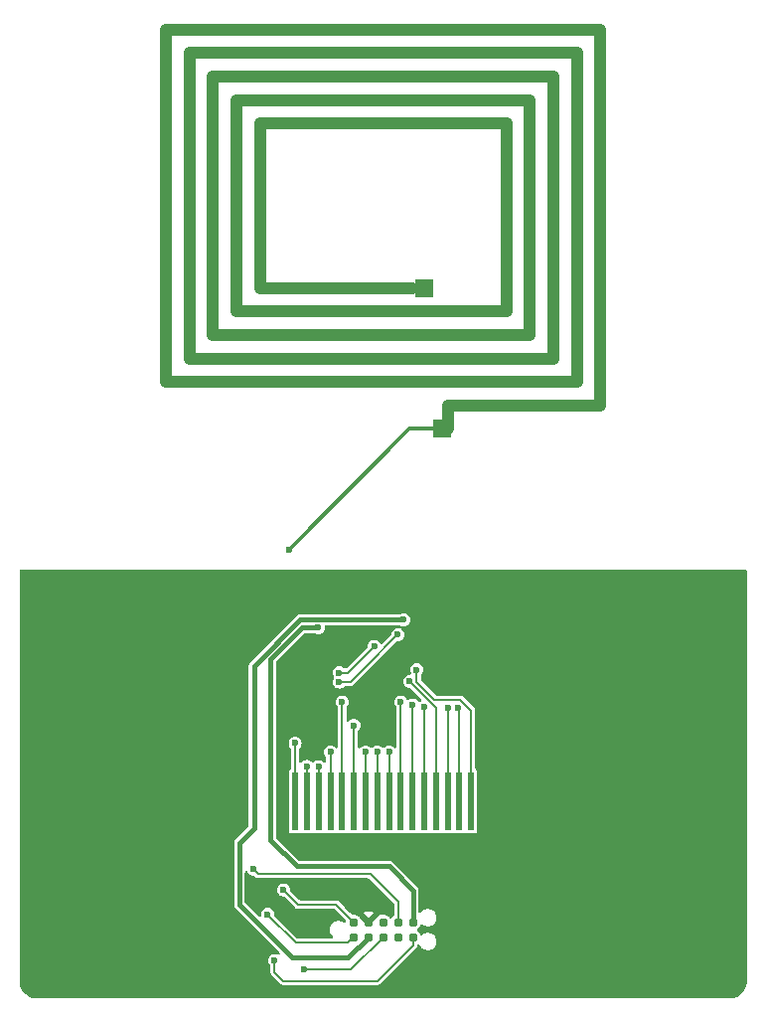
<source format=gtl>
G04 #@! TF.GenerationSoftware,KiCad,Pcbnew,8.0.5*
G04 #@! TF.CreationDate,2025-05-26T10:54:01-04:00*
G04 #@! TF.ProjectId,tcg_counter,7463675f-636f-4756-9e74-65722e6b6963,1*
G04 #@! TF.SameCoordinates,Original*
G04 #@! TF.FileFunction,Copper,L1,Top*
G04 #@! TF.FilePolarity,Positive*
%FSLAX46Y46*%
G04 Gerber Fmt 4.6, Leading zero omitted, Abs format (unit mm)*
G04 Created by KiCad (PCBNEW 8.0.5) date 2025-05-26 10:54:01*
%MOMM*%
%LPD*%
G01*
G04 APERTURE LIST*
G04 #@! TA.AperFunction,EtchedComponent*
%ADD10C,1.000000*%
G04 #@! TD*
G04 #@! TA.AperFunction,ConnectorPad*
%ADD11C,0.787400*%
G04 #@! TD*
G04 #@! TA.AperFunction,SMDPad,CuDef*
%ADD12R,0.500000X5.000000*%
G04 #@! TD*
G04 #@! TA.AperFunction,SMDPad,CuDef*
%ADD13R,1.524000X1.524000*%
G04 #@! TD*
G04 #@! TA.AperFunction,ComponentPad*
%ADD14C,0.400000*%
G04 #@! TD*
G04 #@! TA.AperFunction,ViaPad*
%ADD15C,0.600000*%
G04 #@! TD*
G04 #@! TA.AperFunction,Conductor*
%ADD16C,0.400000*%
G04 #@! TD*
G04 #@! TA.AperFunction,Conductor*
%ADD17C,0.200000*%
G04 #@! TD*
G04 #@! TA.AperFunction,Conductor*
%ADD18C,0.300000*%
G04 #@! TD*
G04 APERTURE END LIST*
D10*
X123000000Y-50000000D02*
X123000000Y-80000000D01*
X123000000Y-80000000D02*
X158000000Y-80000000D01*
X125000000Y-52000000D02*
X125000000Y-78000000D01*
X125000000Y-78000000D02*
X156000000Y-78000000D01*
X127000000Y-54000000D02*
X127000000Y-76000000D01*
X127000000Y-76000000D02*
X154000000Y-76000000D01*
X129000000Y-56000000D02*
X129000000Y-74000000D01*
X129000000Y-74000000D02*
X152000000Y-74000000D01*
X131000000Y-58000000D02*
X131000000Y-72000000D01*
X131000000Y-72000000D02*
X144000000Y-72000000D01*
X147000000Y-82000000D02*
X160000000Y-82000000D01*
X147000000Y-84000000D02*
X147000000Y-82000000D01*
X152000000Y-58000000D02*
X131000000Y-58000000D01*
X152000000Y-74000000D02*
X152000000Y-58000000D01*
X154000000Y-56000000D02*
X129000000Y-56000000D01*
X154000000Y-76000000D02*
X154000000Y-56000000D01*
X156000000Y-54000000D02*
X127000000Y-54000000D01*
X156000000Y-78000000D02*
X156000000Y-54000000D01*
X158000000Y-52000000D02*
X125000000Y-52000000D01*
X158000000Y-80000000D02*
X158000000Y-52000000D01*
X160000000Y-50000000D02*
X123000000Y-50000000D01*
X160000000Y-82000000D02*
X160000000Y-50000000D01*
D11*
X138960000Y-127270000D03*
X140230000Y-127270000D03*
X141500000Y-127270000D03*
X142770000Y-127270000D03*
X144040000Y-127270000D03*
X144040000Y-126000000D03*
X142770000Y-126000000D03*
X141500000Y-126000000D03*
X140230000Y-126000000D03*
X138960000Y-126000000D03*
D12*
X134000000Y-115700000D03*
X135000000Y-115700000D03*
X136000000Y-115700000D03*
X137000000Y-115700000D03*
X138000000Y-115700000D03*
X139000000Y-115700000D03*
X140000000Y-115700000D03*
X141000000Y-115700000D03*
X142000000Y-115700000D03*
X143000000Y-115700000D03*
X144000000Y-115700000D03*
X145000000Y-115700000D03*
X146000000Y-115700000D03*
X147000000Y-115700000D03*
X148000000Y-115700000D03*
X149000000Y-115700000D03*
D13*
X146500000Y-84000000D03*
X145000000Y-72000000D03*
D14*
X135100001Y-103200000D03*
X135900001Y-104000000D03*
X135100001Y-104000000D03*
X134300001Y-104000000D03*
X135100001Y-104800000D03*
X147750001Y-103042300D03*
X148600001Y-103892300D03*
X147750001Y-103892300D03*
X146900001Y-103892300D03*
X147750001Y-104742300D03*
D15*
X147250000Y-97500000D03*
X137000000Y-96750000D03*
X134000000Y-108500000D03*
X149500000Y-101000000D03*
X139500000Y-101250000D03*
X144750000Y-102500000D03*
X136000000Y-107000000D03*
X136500000Y-123000000D03*
X134500000Y-123000000D03*
X148250000Y-97500000D03*
X139250000Y-99250000D03*
X129500000Y-105000000D03*
X132250000Y-97250000D03*
X129500000Y-109250000D03*
X129500000Y-100750000D03*
X135976781Y-100934050D03*
X143250000Y-100250000D03*
X133000000Y-123250000D03*
X132250000Y-129250000D03*
X131650000Y-125334314D03*
X134750000Y-130000000D03*
X130450000Y-121500000D03*
X133500000Y-94250000D03*
X140742299Y-102500000D03*
X137750000Y-104750000D03*
X142750000Y-101510000D03*
X137750000Y-105550003D03*
X145000000Y-72000000D03*
X144000000Y-107500000D03*
X141000000Y-111500000D03*
X136000000Y-112750000D03*
X134000000Y-110750000D03*
X137000000Y-111500000D03*
X139000000Y-109250000D03*
X145000000Y-107650000D03*
X142000000Y-111500000D03*
X135000000Y-112750000D03*
X147900002Y-107750000D03*
X147000000Y-107750000D03*
X143000000Y-107250000D03*
X140000000Y-111500000D03*
X143750000Y-105500000D03*
X138000000Y-107250000D03*
X144350000Y-104500000D03*
D16*
X134150000Y-121250000D02*
X131900000Y-119000000D01*
X131900000Y-103632842D02*
X134598792Y-100934050D01*
X142000000Y-121250000D02*
X134150000Y-121250000D01*
X144040000Y-123290000D02*
X142000000Y-121250000D01*
X131900000Y-119000000D02*
X131900000Y-103632842D01*
X144040000Y-126000000D02*
X144040000Y-123290000D01*
X134598792Y-100934050D02*
X135976781Y-100934050D01*
X133750000Y-129000000D02*
X138500000Y-129000000D01*
X138500000Y-129000000D02*
X140230000Y-127270000D01*
X129250000Y-124500000D02*
X133750000Y-129000000D01*
X143250000Y-100250000D02*
X143234050Y-100234050D01*
X129250000Y-119250000D02*
X129250000Y-124500000D01*
X143234050Y-100234050D02*
X134450264Y-100234050D01*
X134450264Y-100234050D02*
X130500000Y-104184314D01*
X130500000Y-104184314D02*
X130500000Y-118000000D01*
X130500000Y-118000000D02*
X129250000Y-119250000D01*
D17*
X133000000Y-123250000D02*
X134250000Y-124500000D01*
X134250000Y-124500000D02*
X137460000Y-124500000D01*
X137460000Y-124500000D02*
X138960000Y-126000000D01*
X141000000Y-131000000D02*
X144040000Y-127960000D01*
X144040000Y-127960000D02*
X144040000Y-127270000D01*
X133000000Y-131000000D02*
X132250000Y-130250000D01*
X132250000Y-130250000D02*
X132250000Y-129250000D01*
X141000000Y-131000000D02*
X133000000Y-131000000D01*
X138480000Y-127750000D02*
X138960000Y-127270000D01*
X134065686Y-127750000D02*
X138480000Y-127750000D01*
X131650000Y-125334314D02*
X134065686Y-127750000D01*
X138770000Y-130000000D02*
X141500000Y-127270000D01*
X134750000Y-130000000D02*
X138770000Y-130000000D01*
X142770000Y-124270000D02*
X142770000Y-126000000D01*
X130450000Y-121500000D02*
X130850000Y-121900000D01*
X130850000Y-121900000D02*
X140400000Y-121900000D01*
X140400000Y-121900000D02*
X142770000Y-124270000D01*
D18*
X143750000Y-84000000D02*
X146200000Y-84000000D01*
X133500000Y-94250000D02*
X143750000Y-84000000D01*
D17*
X137750000Y-104750000D02*
X138500000Y-104750000D01*
X138500000Y-104750000D02*
X140742299Y-102507701D01*
X140742299Y-102507701D02*
X140742299Y-102500000D01*
X140010000Y-104250000D02*
X142750000Y-101510000D01*
X140000000Y-104250000D02*
X140010000Y-104250000D01*
X137750000Y-105550003D02*
X138699997Y-105550003D01*
X138699997Y-105550003D02*
X140000000Y-104250000D01*
X144000000Y-107500000D02*
X144000000Y-115700000D01*
X141000000Y-111500000D02*
X141000000Y-115700000D01*
X136000000Y-115700000D02*
X136000000Y-112750000D01*
X134000000Y-115700000D02*
X134000000Y-111000000D01*
X134000000Y-115700000D02*
X134000000Y-113450000D01*
X134000000Y-111000000D02*
X134000000Y-110750000D01*
X137000000Y-115700000D02*
X137000000Y-111500000D01*
X139000000Y-109250000D02*
X139000000Y-115700000D01*
X145000000Y-115700000D02*
X145000000Y-107650000D01*
X142000000Y-111500000D02*
X142000000Y-115700000D01*
X135000000Y-115700000D02*
X135000000Y-112750000D01*
X147900002Y-107750000D02*
X148000000Y-107849998D01*
X148000000Y-107849998D02*
X148000000Y-115700000D01*
X147000000Y-107750000D02*
X147000000Y-115700000D01*
X143000000Y-107250000D02*
X143000000Y-115700000D01*
X140000000Y-111500000D02*
X140000000Y-115700000D01*
X146000000Y-115700000D02*
X146000000Y-107750000D01*
X146000000Y-107750000D02*
X143750000Y-105500000D01*
X138000000Y-115700000D02*
X138000000Y-107250000D01*
X149000000Y-108001469D02*
X148048531Y-107050000D01*
X149000000Y-115700000D02*
X149000000Y-108001469D01*
X144350000Y-105534314D02*
X144350000Y-104500000D01*
X145865686Y-107050000D02*
X144350000Y-105534314D01*
X148048531Y-107050000D02*
X145865686Y-107050000D01*
G04 #@! TA.AperFunction,Conductor*
G36*
X129909703Y-121678860D02*
G01*
X129943061Y-121725121D01*
X129965642Y-121779638D01*
X129965645Y-121779644D01*
X130054525Y-121895473D01*
X130054526Y-121895474D01*
X130170355Y-121984354D01*
X130170361Y-121984357D01*
X130237801Y-122012291D01*
X130305246Y-122040228D01*
X130377623Y-122049756D01*
X130449999Y-122059285D01*
X130456585Y-122059285D01*
X130523624Y-122078970D01*
X130544266Y-122095604D01*
X130561988Y-122113326D01*
X130561998Y-122113337D01*
X130632333Y-122183672D01*
X130672750Y-122207006D01*
X130713168Y-122230341D01*
X130803329Y-122254500D01*
X140201799Y-122254500D01*
X140268838Y-122274185D01*
X140289480Y-122290819D01*
X142379181Y-124380520D01*
X142412666Y-124441843D01*
X142415500Y-124468201D01*
X142415500Y-125392265D01*
X142395815Y-125459304D01*
X142373728Y-125485080D01*
X142281254Y-125567005D01*
X142281252Y-125567007D01*
X142275857Y-125574824D01*
X142237050Y-125631045D01*
X142182767Y-125675035D01*
X142113318Y-125682694D01*
X142050753Y-125651590D01*
X142032950Y-125631045D01*
X141994143Y-125574824D01*
X141988748Y-125567007D01*
X141988746Y-125567005D01*
X141988745Y-125567003D01*
X141870926Y-125462625D01*
X141800933Y-125425890D01*
X141731543Y-125389471D01*
X141731542Y-125389470D01*
X141731539Y-125389469D01*
X141578707Y-125351800D01*
X141578706Y-125351800D01*
X141421294Y-125351800D01*
X141421293Y-125351800D01*
X141268460Y-125389469D01*
X141129073Y-125462625D01*
X141011253Y-125567005D01*
X141011249Y-125567009D01*
X141005844Y-125574839D01*
X140991483Y-125592069D01*
X140619872Y-125963681D01*
X140558549Y-125997166D01*
X140532191Y-126000000D01*
X139927809Y-126000000D01*
X139860770Y-125980315D01*
X139840128Y-125963681D01*
X139468514Y-125592068D01*
X139454147Y-125574828D01*
X139448748Y-125567007D01*
X139448746Y-125567005D01*
X139448743Y-125567002D01*
X139330926Y-125462625D01*
X139260933Y-125425890D01*
X139191543Y-125389471D01*
X139191542Y-125389470D01*
X139191539Y-125389469D01*
X139038707Y-125351800D01*
X139038706Y-125351800D01*
X138881294Y-125351800D01*
X138881289Y-125351800D01*
X138880449Y-125351902D01*
X138879836Y-125351800D01*
X138873793Y-125351800D01*
X138873793Y-125350795D01*
X138811526Y-125340440D01*
X138777825Y-125316487D01*
X138675518Y-125214180D01*
X139797733Y-125214180D01*
X140230000Y-125646446D01*
X140230001Y-125646446D01*
X140662265Y-125214180D01*
X140507689Y-125145358D01*
X140323932Y-125106300D01*
X140136068Y-125106300D01*
X139952312Y-125145358D01*
X139797733Y-125214180D01*
X138675518Y-125214180D01*
X138245009Y-124783671D01*
X137677668Y-124216329D01*
X137596832Y-124169659D01*
X137596833Y-124169659D01*
X137566778Y-124161606D01*
X137506671Y-124145500D01*
X137506669Y-124145500D01*
X134448201Y-124145500D01*
X134381162Y-124125815D01*
X134360520Y-124109181D01*
X133595604Y-123344265D01*
X133562119Y-123282942D01*
X133559285Y-123256584D01*
X133559285Y-123249998D01*
X133546580Y-123153497D01*
X133540228Y-123105246D01*
X133484355Y-122970358D01*
X133395474Y-122854526D01*
X133279643Y-122765645D01*
X133279640Y-122765644D01*
X133279638Y-122765642D01*
X133144757Y-122709773D01*
X133144752Y-122709771D01*
X133000001Y-122690715D01*
X132999999Y-122690715D01*
X132855247Y-122709771D01*
X132855245Y-122709772D01*
X132720361Y-122765643D01*
X132604526Y-122854526D01*
X132515643Y-122970361D01*
X132459772Y-123105245D01*
X132459771Y-123105247D01*
X132440715Y-123249998D01*
X132440715Y-123250001D01*
X132459771Y-123394752D01*
X132459773Y-123394757D01*
X132515642Y-123529638D01*
X132515645Y-123529644D01*
X132604525Y-123645473D01*
X132604526Y-123645474D01*
X132720355Y-123734354D01*
X132720361Y-123734357D01*
X132787801Y-123762291D01*
X132855246Y-123790228D01*
X132927623Y-123799756D01*
X132999999Y-123809285D01*
X133006584Y-123809285D01*
X133073623Y-123828970D01*
X133094265Y-123845604D01*
X133966329Y-124717668D01*
X134032332Y-124783671D01*
X134113168Y-124830341D01*
X134203329Y-124854500D01*
X137261799Y-124854500D01*
X137328838Y-124874185D01*
X137349480Y-124890819D01*
X138280763Y-125822101D01*
X138314248Y-125883424D01*
X138316178Y-125924724D01*
X138314464Y-125938844D01*
X138286845Y-126003023D01*
X138228912Y-126042082D01*
X138159059Y-126043619D01*
X138122478Y-126027004D01*
X138043280Y-125974086D01*
X138043266Y-125974078D01*
X137907544Y-125917861D01*
X137907545Y-125917861D01*
X137907542Y-125917860D01*
X137907538Y-125917859D01*
X137907534Y-125917858D01*
X137763459Y-125889200D01*
X137763455Y-125889200D01*
X137616545Y-125889200D01*
X137616540Y-125889200D01*
X137472465Y-125917858D01*
X137472455Y-125917861D01*
X137336733Y-125974078D01*
X137336724Y-125974083D01*
X137214580Y-126055698D01*
X137214576Y-126055701D01*
X137110701Y-126159576D01*
X137110698Y-126159580D01*
X137029083Y-126281724D01*
X137029078Y-126281733D01*
X136972861Y-126417455D01*
X136972858Y-126417465D01*
X136944200Y-126561540D01*
X136944200Y-126708459D01*
X136972858Y-126852534D01*
X136972861Y-126852544D01*
X137029078Y-126988266D01*
X137029083Y-126988275D01*
X137110698Y-127110419D01*
X137110701Y-127110423D01*
X137184097Y-127183819D01*
X137217582Y-127245142D01*
X137212598Y-127314834D01*
X137170726Y-127370767D01*
X137105262Y-127395184D01*
X137096416Y-127395500D01*
X134263887Y-127395500D01*
X134196848Y-127375815D01*
X134176206Y-127359181D01*
X132245604Y-125428579D01*
X132212119Y-125367256D01*
X132209285Y-125340898D01*
X132209285Y-125334312D01*
X132190228Y-125189561D01*
X132190228Y-125189560D01*
X132134355Y-125054672D01*
X132045474Y-124938840D01*
X131929643Y-124849959D01*
X131929640Y-124849958D01*
X131929638Y-124849956D01*
X131794757Y-124794087D01*
X131794752Y-124794085D01*
X131650001Y-124775029D01*
X131649999Y-124775029D01*
X131505247Y-124794085D01*
X131505245Y-124794086D01*
X131370361Y-124849957D01*
X131370358Y-124849958D01*
X131370358Y-124849959D01*
X131340070Y-124873200D01*
X131254526Y-124938840D01*
X131165643Y-125054675D01*
X131109772Y-125189559D01*
X131109771Y-125189561D01*
X131090715Y-125334312D01*
X131090715Y-125334315D01*
X131098167Y-125390921D01*
X131087401Y-125459957D01*
X131041021Y-125512212D01*
X130973752Y-125531097D01*
X130906951Y-125510616D01*
X130887547Y-125494787D01*
X129740819Y-124348059D01*
X129707334Y-124286736D01*
X129704500Y-124260378D01*
X129704500Y-121772573D01*
X129724185Y-121705534D01*
X129776989Y-121659779D01*
X129846147Y-121649835D01*
X129909703Y-121678860D01*
G37*
G04 #@! TD.AperFunction*
G04 #@! TA.AperFunction,Conductor*
G36*
X172442539Y-96019685D02*
G01*
X172488294Y-96072489D01*
X172499500Y-96124000D01*
X172499500Y-130995572D01*
X172499184Y-131004419D01*
X172484869Y-131204557D01*
X172482351Y-131222068D01*
X172440646Y-131413787D01*
X172435662Y-131430763D01*
X172367090Y-131614609D01*
X172359740Y-131630701D01*
X172265711Y-131802904D01*
X172256146Y-131817789D01*
X172138558Y-131974867D01*
X172126972Y-131988237D01*
X171988237Y-132126972D01*
X171974867Y-132138558D01*
X171817789Y-132256146D01*
X171802904Y-132265711D01*
X171630701Y-132359740D01*
X171614609Y-132367090D01*
X171430763Y-132435662D01*
X171413787Y-132440646D01*
X171222068Y-132482351D01*
X171204557Y-132484869D01*
X171023779Y-132497799D01*
X171004417Y-132499184D01*
X170995572Y-132499500D01*
X112004428Y-132499500D01*
X111995582Y-132499184D01*
X111973622Y-132497613D01*
X111795442Y-132484869D01*
X111777931Y-132482351D01*
X111586212Y-132440646D01*
X111569236Y-132435662D01*
X111385390Y-132367090D01*
X111369298Y-132359740D01*
X111197095Y-132265711D01*
X111182210Y-132256146D01*
X111025132Y-132138558D01*
X111011762Y-132126972D01*
X110873027Y-131988237D01*
X110861441Y-131974867D01*
X110743849Y-131817784D01*
X110734288Y-131802904D01*
X110640259Y-131630701D01*
X110632909Y-131614609D01*
X110572091Y-131451551D01*
X110564334Y-131430755D01*
X110559355Y-131413797D01*
X110517647Y-131222063D01*
X110515130Y-131204556D01*
X110500816Y-131004418D01*
X110500500Y-130995572D01*
X110500500Y-119190165D01*
X128795499Y-119190165D01*
X128795499Y-119319825D01*
X128795500Y-119319838D01*
X128795500Y-124432551D01*
X128795499Y-124432569D01*
X128795499Y-124559835D01*
X128819926Y-124651000D01*
X128826472Y-124675429D01*
X128826474Y-124675434D01*
X128886306Y-124779066D01*
X128886311Y-124779072D01*
X128977995Y-124870756D01*
X128978001Y-124870761D01*
X132675757Y-128568517D01*
X132709242Y-128629840D01*
X132704258Y-128699532D01*
X132662386Y-128755465D01*
X132596922Y-128779882D01*
X132537865Y-128767034D01*
X132537153Y-128768755D01*
X132394757Y-128709773D01*
X132394752Y-128709771D01*
X132250001Y-128690715D01*
X132249999Y-128690715D01*
X132105247Y-128709771D01*
X132105245Y-128709772D01*
X131970361Y-128765643D01*
X131970358Y-128765644D01*
X131970358Y-128765645D01*
X131854526Y-128854526D01*
X131772125Y-128961914D01*
X131765643Y-128970361D01*
X131709772Y-129105245D01*
X131709771Y-129105247D01*
X131690715Y-129249998D01*
X131690715Y-129250001D01*
X131709771Y-129394752D01*
X131709773Y-129394757D01*
X131765642Y-129529638D01*
X131765642Y-129529639D01*
X131854530Y-129645479D01*
X131859181Y-129650130D01*
X131892666Y-129711453D01*
X131895500Y-129737811D01*
X131895500Y-130203329D01*
X131895500Y-130296671D01*
X131919659Y-130386832D01*
X131966329Y-130467668D01*
X132716329Y-131217668D01*
X132782332Y-131283671D01*
X132863168Y-131330341D01*
X132953329Y-131354500D01*
X132953331Y-131354500D01*
X141046669Y-131354500D01*
X141046671Y-131354500D01*
X141136832Y-131330341D01*
X141217668Y-131283671D01*
X144323671Y-128177668D01*
X144370341Y-128096832D01*
X144394500Y-128006671D01*
X144394500Y-128006668D01*
X144395561Y-127998612D01*
X144398620Y-127999014D01*
X144414185Y-127946009D01*
X144466989Y-127900254D01*
X144536147Y-127890310D01*
X144599703Y-127919335D01*
X144633059Y-127965593D01*
X144649079Y-128004266D01*
X144649081Y-128004271D01*
X144649083Y-128004275D01*
X144730698Y-128126419D01*
X144730701Y-128126423D01*
X144834576Y-128230298D01*
X144834580Y-128230301D01*
X144956724Y-128311916D01*
X144956730Y-128311919D01*
X144956731Y-128311920D01*
X145092458Y-128368140D01*
X145236540Y-128396799D01*
X145236544Y-128396800D01*
X145236545Y-128396800D01*
X145383456Y-128396800D01*
X145383457Y-128396799D01*
X145527542Y-128368140D01*
X145663269Y-128311920D01*
X145785420Y-128230301D01*
X145889301Y-128126420D01*
X145970920Y-128004269D01*
X146027140Y-127868542D01*
X146055800Y-127724455D01*
X146055800Y-127577545D01*
X146027140Y-127433458D01*
X145970920Y-127297731D01*
X145970919Y-127297730D01*
X145970916Y-127297724D01*
X145889301Y-127175580D01*
X145889298Y-127175576D01*
X145785423Y-127071701D01*
X145785419Y-127071698D01*
X145663275Y-126990083D01*
X145663266Y-126990078D01*
X145527544Y-126933861D01*
X145527545Y-126933861D01*
X145527542Y-126933860D01*
X145527538Y-126933859D01*
X145527534Y-126933858D01*
X145383459Y-126905200D01*
X145383455Y-126905200D01*
X145236545Y-126905200D01*
X145236540Y-126905200D01*
X145092465Y-126933858D01*
X145092455Y-126933861D01*
X144956733Y-126990078D01*
X144956724Y-126990083D01*
X144834572Y-127071703D01*
X144833346Y-127072710D01*
X144832579Y-127073035D01*
X144829515Y-127075083D01*
X144829126Y-127074501D01*
X144769034Y-127100018D01*
X144700167Y-127088220D01*
X144648611Y-127041063D01*
X144638748Y-127020820D01*
X144627089Y-126990078D01*
X144618168Y-126966554D01*
X144528748Y-126837007D01*
X144410924Y-126732624D01*
X144405496Y-126727815D01*
X144368369Y-126668626D01*
X144369137Y-126598761D01*
X144405496Y-126542185D01*
X144431814Y-126518868D01*
X144528748Y-126432993D01*
X144618168Y-126303446D01*
X144638750Y-126249174D01*
X144680925Y-126193476D01*
X144746522Y-126169418D01*
X144814712Y-126184644D01*
X144833356Y-126197296D01*
X144834573Y-126198294D01*
X144834580Y-126198301D01*
X144875479Y-126225629D01*
X144956724Y-126279916D01*
X144956730Y-126279919D01*
X144956731Y-126279920D01*
X145092458Y-126336140D01*
X145236540Y-126364799D01*
X145236544Y-126364800D01*
X145236545Y-126364800D01*
X145383456Y-126364800D01*
X145383457Y-126364799D01*
X145527542Y-126336140D01*
X145663269Y-126279920D01*
X145785420Y-126198301D01*
X145889301Y-126094420D01*
X145970920Y-125972269D01*
X146027140Y-125836542D01*
X146055800Y-125692455D01*
X146055800Y-125545545D01*
X146027140Y-125401458D01*
X145970920Y-125265731D01*
X145970919Y-125265730D01*
X145970916Y-125265724D01*
X145889301Y-125143580D01*
X145889298Y-125143576D01*
X145785423Y-125039701D01*
X145785419Y-125039698D01*
X145663275Y-124958083D01*
X145663266Y-124958078D01*
X145527544Y-124901861D01*
X145527545Y-124901861D01*
X145527542Y-124901860D01*
X145527538Y-124901859D01*
X145527534Y-124901858D01*
X145383459Y-124873200D01*
X145383455Y-124873200D01*
X145236545Y-124873200D01*
X145236540Y-124873200D01*
X145092465Y-124901858D01*
X145092455Y-124901861D01*
X144956733Y-124958078D01*
X144956724Y-124958083D01*
X144834580Y-125039698D01*
X144834576Y-125039701D01*
X144730701Y-125143576D01*
X144730697Y-125143581D01*
X144721600Y-125157196D01*
X144667987Y-125201999D01*
X144598662Y-125210705D01*
X144535635Y-125180548D01*
X144498917Y-125121104D01*
X144494500Y-125088302D01*
X144494500Y-123359838D01*
X144494501Y-123359825D01*
X144494501Y-123230165D01*
X144463527Y-123114570D01*
X144463527Y-123114568D01*
X144437144Y-123068872D01*
X144403691Y-123010930D01*
X144319070Y-122926309D01*
X144319069Y-122926308D01*
X144314739Y-122921978D01*
X144314728Y-122921968D01*
X142370761Y-120978001D01*
X142370759Y-120977998D01*
X142279072Y-120886311D01*
X142279066Y-120886306D01*
X142175434Y-120826474D01*
X142175429Y-120826472D01*
X142151003Y-120819926D01*
X142151003Y-120819927D01*
X142105419Y-120807713D01*
X142059836Y-120795499D01*
X141940164Y-120795499D01*
X141932568Y-120795499D01*
X141932552Y-120795500D01*
X134389622Y-120795500D01*
X134322583Y-120775815D01*
X134301941Y-120759181D01*
X132390819Y-118848059D01*
X132357334Y-118786736D01*
X132354500Y-118760378D01*
X132354500Y-110749998D01*
X133440715Y-110749998D01*
X133440715Y-110750001D01*
X133459771Y-110894752D01*
X133459773Y-110894757D01*
X133515642Y-111029638D01*
X133515642Y-111029639D01*
X133604530Y-111145479D01*
X133609181Y-111150130D01*
X133642666Y-111211453D01*
X133645500Y-111237811D01*
X133645500Y-112897461D01*
X133625815Y-112964500D01*
X133590394Y-113000560D01*
X133566516Y-113016516D01*
X133566515Y-113016517D01*
X133510265Y-113100699D01*
X133510264Y-113100703D01*
X133495500Y-113174928D01*
X133495500Y-118225063D01*
X133510266Y-118299301D01*
X133566515Y-118383484D01*
X133600234Y-118406014D01*
X133650699Y-118439734D01*
X133650702Y-118439734D01*
X133650703Y-118439735D01*
X133675666Y-118444700D01*
X133724933Y-118454500D01*
X134275066Y-118454499D01*
X134349301Y-118439734D01*
X134431109Y-118385071D01*
X134497786Y-118364193D01*
X134565167Y-118382677D01*
X134568891Y-118385071D01*
X134650699Y-118439734D01*
X134650702Y-118439734D01*
X134650703Y-118439735D01*
X134675666Y-118444700D01*
X134724933Y-118454500D01*
X135275066Y-118454499D01*
X135349301Y-118439734D01*
X135431109Y-118385071D01*
X135497786Y-118364193D01*
X135565167Y-118382677D01*
X135568891Y-118385071D01*
X135650699Y-118439734D01*
X135650702Y-118439734D01*
X135650703Y-118439735D01*
X135675666Y-118444700D01*
X135724933Y-118454500D01*
X136275066Y-118454499D01*
X136349301Y-118439734D01*
X136431109Y-118385071D01*
X136497786Y-118364193D01*
X136565167Y-118382677D01*
X136568891Y-118385071D01*
X136650699Y-118439734D01*
X136650702Y-118439734D01*
X136650703Y-118439735D01*
X136675666Y-118444700D01*
X136724933Y-118454500D01*
X137275066Y-118454499D01*
X137349301Y-118439734D01*
X137431109Y-118385071D01*
X137497786Y-118364193D01*
X137565167Y-118382677D01*
X137568891Y-118385071D01*
X137650699Y-118439734D01*
X137650702Y-118439734D01*
X137650703Y-118439735D01*
X137675666Y-118444700D01*
X137724933Y-118454500D01*
X138275066Y-118454499D01*
X138349301Y-118439734D01*
X138431109Y-118385071D01*
X138497786Y-118364193D01*
X138565167Y-118382677D01*
X138568891Y-118385071D01*
X138650699Y-118439734D01*
X138650702Y-118439734D01*
X138650703Y-118439735D01*
X138675666Y-118444700D01*
X138724933Y-118454500D01*
X139275066Y-118454499D01*
X139349301Y-118439734D01*
X139431109Y-118385071D01*
X139497786Y-118364193D01*
X139565167Y-118382677D01*
X139568891Y-118385071D01*
X139650699Y-118439734D01*
X139650702Y-118439734D01*
X139650703Y-118439735D01*
X139675666Y-118444700D01*
X139724933Y-118454500D01*
X140275066Y-118454499D01*
X140349301Y-118439734D01*
X140431109Y-118385071D01*
X140497786Y-118364193D01*
X140565167Y-118382677D01*
X140568891Y-118385071D01*
X140650699Y-118439734D01*
X140650702Y-118439734D01*
X140650703Y-118439735D01*
X140675666Y-118444700D01*
X140724933Y-118454500D01*
X141275066Y-118454499D01*
X141349301Y-118439734D01*
X141431109Y-118385071D01*
X141497786Y-118364193D01*
X141565167Y-118382677D01*
X141568891Y-118385071D01*
X141650699Y-118439734D01*
X141650702Y-118439734D01*
X141650703Y-118439735D01*
X141675666Y-118444700D01*
X141724933Y-118454500D01*
X142275066Y-118454499D01*
X142349301Y-118439734D01*
X142431109Y-118385071D01*
X142497786Y-118364193D01*
X142565167Y-118382677D01*
X142568891Y-118385071D01*
X142650699Y-118439734D01*
X142650702Y-118439734D01*
X142650703Y-118439735D01*
X142675666Y-118444700D01*
X142724933Y-118454500D01*
X143275066Y-118454499D01*
X143349301Y-118439734D01*
X143431109Y-118385071D01*
X143497786Y-118364193D01*
X143565167Y-118382677D01*
X143568891Y-118385071D01*
X143650699Y-118439734D01*
X143650702Y-118439734D01*
X143650703Y-118439735D01*
X143675666Y-118444700D01*
X143724933Y-118454500D01*
X144275066Y-118454499D01*
X144349301Y-118439734D01*
X144431109Y-118385071D01*
X144497786Y-118364193D01*
X144565167Y-118382677D01*
X144568891Y-118385071D01*
X144650699Y-118439734D01*
X144650702Y-118439734D01*
X144650703Y-118439735D01*
X144675666Y-118444700D01*
X144724933Y-118454500D01*
X145275066Y-118454499D01*
X145349301Y-118439734D01*
X145431109Y-118385071D01*
X145497786Y-118364193D01*
X145565167Y-118382677D01*
X145568891Y-118385071D01*
X145650699Y-118439734D01*
X145650702Y-118439734D01*
X145650703Y-118439735D01*
X145675666Y-118444700D01*
X145724933Y-118454500D01*
X146275066Y-118454499D01*
X146349301Y-118439734D01*
X146431109Y-118385071D01*
X146497786Y-118364193D01*
X146565167Y-118382677D01*
X146568891Y-118385071D01*
X146650699Y-118439734D01*
X146650702Y-118439734D01*
X146650703Y-118439735D01*
X146675666Y-118444700D01*
X146724933Y-118454500D01*
X147275066Y-118454499D01*
X147349301Y-118439734D01*
X147431109Y-118385071D01*
X147497786Y-118364193D01*
X147565167Y-118382677D01*
X147568891Y-118385071D01*
X147650699Y-118439734D01*
X147650702Y-118439734D01*
X147650703Y-118439735D01*
X147675666Y-118444700D01*
X147724933Y-118454500D01*
X148275066Y-118454499D01*
X148349301Y-118439734D01*
X148431109Y-118385071D01*
X148497786Y-118364193D01*
X148565167Y-118382677D01*
X148568891Y-118385071D01*
X148650699Y-118439734D01*
X148650702Y-118439734D01*
X148650703Y-118439735D01*
X148675666Y-118444700D01*
X148724933Y-118454500D01*
X149275066Y-118454499D01*
X149349301Y-118439734D01*
X149433484Y-118383484D01*
X149489734Y-118299301D01*
X149504500Y-118225067D01*
X149504499Y-113174934D01*
X149489734Y-113100699D01*
X149433484Y-113016516D01*
X149409605Y-113000560D01*
X149364803Y-112946949D01*
X149354500Y-112897461D01*
X149354500Y-107954799D01*
X149349175Y-107934926D01*
X149330341Y-107864637D01*
X149289995Y-107794754D01*
X149283672Y-107783802D01*
X149213337Y-107713467D01*
X149213326Y-107713457D01*
X148266200Y-106766330D01*
X148266199Y-106766329D01*
X148185363Y-106719659D01*
X148185364Y-106719659D01*
X148155309Y-106711606D01*
X148095202Y-106695500D01*
X148095200Y-106695500D01*
X146063887Y-106695500D01*
X145996848Y-106675815D01*
X145976206Y-106659181D01*
X144740819Y-105423794D01*
X144707334Y-105362471D01*
X144704500Y-105336113D01*
X144704500Y-104987811D01*
X144724185Y-104920772D01*
X144740819Y-104900130D01*
X144745469Y-104895479D01*
X144745471Y-104895476D01*
X144745474Y-104895474D01*
X144834355Y-104779643D01*
X144890228Y-104644754D01*
X144909285Y-104500000D01*
X144890228Y-104355246D01*
X144834355Y-104220358D01*
X144745474Y-104104526D01*
X144629643Y-104015645D01*
X144629640Y-104015644D01*
X144629638Y-104015642D01*
X144494757Y-103959773D01*
X144494752Y-103959771D01*
X144350001Y-103940715D01*
X144349999Y-103940715D01*
X144205247Y-103959771D01*
X144205245Y-103959772D01*
X144070361Y-104015643D01*
X144070358Y-104015644D01*
X144070358Y-104015645D01*
X143954526Y-104104526D01*
X143902683Y-104172090D01*
X143865643Y-104220361D01*
X143809772Y-104355245D01*
X143809771Y-104355247D01*
X143790715Y-104499998D01*
X143790715Y-104500001D01*
X143809771Y-104644752D01*
X143809772Y-104644754D01*
X143861345Y-104769262D01*
X143868814Y-104838732D01*
X143837539Y-104901211D01*
X143777450Y-104936863D01*
X143758012Y-104939304D01*
X143758058Y-104939654D01*
X143605247Y-104959771D01*
X143605245Y-104959772D01*
X143470361Y-105015643D01*
X143470358Y-105015644D01*
X143470358Y-105015645D01*
X143354526Y-105104526D01*
X143275030Y-105208128D01*
X143265643Y-105220361D01*
X143209772Y-105355245D01*
X143209771Y-105355247D01*
X143190715Y-105499998D01*
X143190715Y-105500001D01*
X143209771Y-105644752D01*
X143209773Y-105644757D01*
X143265642Y-105779638D01*
X143265645Y-105779644D01*
X143354525Y-105895473D01*
X143354526Y-105895474D01*
X143470355Y-105984354D01*
X143470361Y-105984357D01*
X143537801Y-106012291D01*
X143605246Y-106040228D01*
X143677623Y-106049756D01*
X143749999Y-106059285D01*
X143756584Y-106059285D01*
X143823623Y-106078970D01*
X143844265Y-106095604D01*
X144730117Y-106981456D01*
X144763602Y-107042779D01*
X144758618Y-107112471D01*
X144717923Y-107167513D01*
X144643767Y-107224415D01*
X144578597Y-107249609D01*
X144510152Y-107235571D01*
X144469905Y-107201527D01*
X144395474Y-107104526D01*
X144279643Y-107015645D01*
X144279640Y-107015644D01*
X144279638Y-107015642D01*
X144144757Y-106959773D01*
X144144752Y-106959771D01*
X144000001Y-106940715D01*
X143999999Y-106940715D01*
X143855247Y-106959771D01*
X143855245Y-106959772D01*
X143720360Y-107015643D01*
X143720358Y-107015644D01*
X143683713Y-107043763D01*
X143618544Y-107068956D01*
X143550099Y-107054917D01*
X143500110Y-107006102D01*
X143493667Y-106992838D01*
X143484357Y-106970362D01*
X143484357Y-106970361D01*
X143484355Y-106970358D01*
X143395474Y-106854526D01*
X143279643Y-106765645D01*
X143279640Y-106765644D01*
X143279638Y-106765642D01*
X143144757Y-106709773D01*
X143144752Y-106709771D01*
X143000001Y-106690715D01*
X142999999Y-106690715D01*
X142855247Y-106709771D01*
X142855245Y-106709772D01*
X142720361Y-106765643D01*
X142720358Y-106765644D01*
X142720358Y-106765645D01*
X142604529Y-106854524D01*
X142604526Y-106854526D01*
X142515643Y-106970361D01*
X142459772Y-107105245D01*
X142459771Y-107105247D01*
X142440715Y-107249998D01*
X142440715Y-107250001D01*
X142459771Y-107394752D01*
X142459773Y-107394757D01*
X142515642Y-107529638D01*
X142515642Y-107529639D01*
X142604530Y-107645479D01*
X142609181Y-107650130D01*
X142642666Y-107711453D01*
X142645500Y-107737811D01*
X142645500Y-111065074D01*
X142625815Y-111132113D01*
X142573011Y-111177868D01*
X142503853Y-111187812D01*
X142440297Y-111158787D01*
X142423125Y-111140561D01*
X142395474Y-111104526D01*
X142376528Y-111089988D01*
X142279643Y-111015645D01*
X142279640Y-111015644D01*
X142279638Y-111015642D01*
X142144757Y-110959773D01*
X142144752Y-110959771D01*
X142000001Y-110940715D01*
X141999999Y-110940715D01*
X141855247Y-110959771D01*
X141855245Y-110959772D01*
X141720361Y-111015643D01*
X141720358Y-111015644D01*
X141720358Y-111015645D01*
X141604526Y-111104526D01*
X141604525Y-111104527D01*
X141604524Y-111104528D01*
X141598375Y-111112542D01*
X141541947Y-111153744D01*
X141472201Y-111157899D01*
X141411281Y-111123686D01*
X141401625Y-111112542D01*
X141395474Y-111104526D01*
X141376528Y-111089988D01*
X141279643Y-111015645D01*
X141279640Y-111015644D01*
X141279638Y-111015642D01*
X141144757Y-110959773D01*
X141144752Y-110959771D01*
X141000001Y-110940715D01*
X140999999Y-110940715D01*
X140855247Y-110959771D01*
X140855245Y-110959772D01*
X140720361Y-111015643D01*
X140720358Y-111015644D01*
X140720358Y-111015645D01*
X140604526Y-111104526D01*
X140604525Y-111104527D01*
X140604524Y-111104528D01*
X140598375Y-111112542D01*
X140541947Y-111153744D01*
X140472201Y-111157899D01*
X140411281Y-111123686D01*
X140401625Y-111112542D01*
X140395474Y-111104526D01*
X140376528Y-111089988D01*
X140279643Y-111015645D01*
X140279640Y-111015644D01*
X140279638Y-111015642D01*
X140144757Y-110959773D01*
X140144752Y-110959771D01*
X140000001Y-110940715D01*
X139999999Y-110940715D01*
X139855247Y-110959771D01*
X139855245Y-110959772D01*
X139720361Y-111015643D01*
X139720358Y-111015644D01*
X139720358Y-111015645D01*
X139604526Y-111104526D01*
X139604525Y-111104527D01*
X139604524Y-111104528D01*
X139576875Y-111140561D01*
X139520447Y-111181763D01*
X139450701Y-111185918D01*
X139389781Y-111151705D01*
X139357029Y-111089988D01*
X139354500Y-111065074D01*
X139354500Y-109737811D01*
X139374185Y-109670772D01*
X139390819Y-109650130D01*
X139395469Y-109645479D01*
X139395471Y-109645476D01*
X139395474Y-109645474D01*
X139484355Y-109529643D01*
X139540228Y-109394754D01*
X139559285Y-109250000D01*
X139540228Y-109105246D01*
X139484355Y-108970358D01*
X139395474Y-108854526D01*
X139279643Y-108765645D01*
X139279640Y-108765644D01*
X139279638Y-108765642D01*
X139144757Y-108709773D01*
X139144752Y-108709771D01*
X139000001Y-108690715D01*
X138999999Y-108690715D01*
X138855247Y-108709771D01*
X138855245Y-108709772D01*
X138720361Y-108765643D01*
X138720358Y-108765644D01*
X138720358Y-108765645D01*
X138604526Y-108854526D01*
X138604525Y-108854527D01*
X138604524Y-108854528D01*
X138576875Y-108890561D01*
X138520447Y-108931763D01*
X138450701Y-108935918D01*
X138389781Y-108901705D01*
X138357029Y-108839988D01*
X138354500Y-108815074D01*
X138354500Y-107737811D01*
X138374185Y-107670772D01*
X138390819Y-107650130D01*
X138395469Y-107645479D01*
X138395471Y-107645476D01*
X138395474Y-107645474D01*
X138484355Y-107529643D01*
X138540228Y-107394754D01*
X138559285Y-107250000D01*
X138557385Y-107235571D01*
X138540228Y-107105247D01*
X138540228Y-107105246D01*
X138484355Y-106970358D01*
X138395474Y-106854526D01*
X138279643Y-106765645D01*
X138279640Y-106765644D01*
X138279638Y-106765642D01*
X138144757Y-106709773D01*
X138144752Y-106709771D01*
X138000001Y-106690715D01*
X137999999Y-106690715D01*
X137855247Y-106709771D01*
X137855245Y-106709772D01*
X137720361Y-106765643D01*
X137720358Y-106765644D01*
X137720358Y-106765645D01*
X137604529Y-106854524D01*
X137604526Y-106854526D01*
X137515643Y-106970361D01*
X137459772Y-107105245D01*
X137459771Y-107105247D01*
X137440715Y-107249998D01*
X137440715Y-107250001D01*
X137459771Y-107394752D01*
X137459773Y-107394757D01*
X137515642Y-107529638D01*
X137515642Y-107529639D01*
X137604530Y-107645479D01*
X137609181Y-107650130D01*
X137642666Y-107711453D01*
X137645500Y-107737811D01*
X137645500Y-111065074D01*
X137625815Y-111132113D01*
X137573011Y-111177868D01*
X137503853Y-111187812D01*
X137440297Y-111158787D01*
X137423125Y-111140561D01*
X137395474Y-111104526D01*
X137376528Y-111089988D01*
X137279643Y-111015645D01*
X137279640Y-111015644D01*
X137279638Y-111015642D01*
X137144757Y-110959773D01*
X137144752Y-110959771D01*
X137000001Y-110940715D01*
X136999999Y-110940715D01*
X136855247Y-110959771D01*
X136855245Y-110959772D01*
X136720361Y-111015643D01*
X136720358Y-111015644D01*
X136720358Y-111015645D01*
X136604526Y-111104526D01*
X136540619Y-111187812D01*
X136515643Y-111220361D01*
X136459772Y-111355245D01*
X136459771Y-111355247D01*
X136440715Y-111499998D01*
X136440715Y-111500001D01*
X136459771Y-111644752D01*
X136459773Y-111644757D01*
X136515642Y-111779638D01*
X136515642Y-111779639D01*
X136515644Y-111779642D01*
X136515645Y-111779643D01*
X136598377Y-111887461D01*
X136604530Y-111895479D01*
X136609181Y-111900130D01*
X136642666Y-111961453D01*
X136645500Y-111987811D01*
X136645500Y-112315074D01*
X136625815Y-112382113D01*
X136573011Y-112427868D01*
X136503853Y-112437812D01*
X136440297Y-112408787D01*
X136423125Y-112390561D01*
X136395474Y-112354526D01*
X136376528Y-112339988D01*
X136279643Y-112265645D01*
X136279640Y-112265644D01*
X136279638Y-112265642D01*
X136144757Y-112209773D01*
X136144752Y-112209771D01*
X136000001Y-112190715D01*
X135999999Y-112190715D01*
X135855247Y-112209771D01*
X135855245Y-112209772D01*
X135720361Y-112265643D01*
X135720358Y-112265644D01*
X135720358Y-112265645D01*
X135604526Y-112354526D01*
X135604525Y-112354527D01*
X135604524Y-112354528D01*
X135598375Y-112362542D01*
X135541947Y-112403744D01*
X135472201Y-112407899D01*
X135411281Y-112373686D01*
X135401625Y-112362542D01*
X135395474Y-112354526D01*
X135376528Y-112339988D01*
X135279643Y-112265645D01*
X135279640Y-112265644D01*
X135279638Y-112265642D01*
X135144757Y-112209773D01*
X135144752Y-112209771D01*
X135000001Y-112190715D01*
X134999999Y-112190715D01*
X134855247Y-112209771D01*
X134855245Y-112209772D01*
X134720361Y-112265643D01*
X134720358Y-112265644D01*
X134720358Y-112265645D01*
X134604526Y-112354526D01*
X134604525Y-112354527D01*
X134604524Y-112354528D01*
X134576875Y-112390561D01*
X134520447Y-112431763D01*
X134450701Y-112435918D01*
X134389781Y-112401705D01*
X134357029Y-112339988D01*
X134354500Y-112315074D01*
X134354500Y-111237811D01*
X134374185Y-111170772D01*
X134390819Y-111150130D01*
X134395469Y-111145479D01*
X134395471Y-111145476D01*
X134395474Y-111145474D01*
X134484355Y-111029643D01*
X134540228Y-110894754D01*
X134559285Y-110750000D01*
X134540228Y-110605246D01*
X134484355Y-110470358D01*
X134395474Y-110354526D01*
X134279643Y-110265645D01*
X134279640Y-110265644D01*
X134279638Y-110265642D01*
X134144757Y-110209773D01*
X134144752Y-110209771D01*
X134000001Y-110190715D01*
X133999999Y-110190715D01*
X133855247Y-110209771D01*
X133855245Y-110209772D01*
X133720361Y-110265643D01*
X133604526Y-110354526D01*
X133515643Y-110470361D01*
X133459772Y-110605245D01*
X133459771Y-110605247D01*
X133440715Y-110749998D01*
X132354500Y-110749998D01*
X132354500Y-104749998D01*
X137190715Y-104749998D01*
X137190715Y-104750001D01*
X137209771Y-104894752D01*
X137209773Y-104894757D01*
X137265642Y-105029638D01*
X137265645Y-105029644D01*
X137300076Y-105074514D01*
X137325271Y-105139683D01*
X137311233Y-105208128D01*
X137300078Y-105225486D01*
X137265644Y-105270361D01*
X137265643Y-105270363D01*
X137209772Y-105405248D01*
X137209771Y-105405250D01*
X137190715Y-105550001D01*
X137190715Y-105550004D01*
X137209771Y-105694755D01*
X137209773Y-105694760D01*
X137265642Y-105829641D01*
X137265645Y-105829647D01*
X137354525Y-105945476D01*
X137354526Y-105945477D01*
X137470355Y-106034357D01*
X137470361Y-106034360D01*
X137484528Y-106040228D01*
X137605246Y-106090231D01*
X137677623Y-106099759D01*
X137749999Y-106109288D01*
X137750000Y-106109288D01*
X137750001Y-106109288D01*
X137798251Y-106102935D01*
X137894754Y-106090231D01*
X138029643Y-106034358D01*
X138145474Y-105945477D01*
X138145476Y-105945475D01*
X138150134Y-105940818D01*
X138211459Y-105907336D01*
X138237811Y-105904503D01*
X138746666Y-105904503D01*
X138746668Y-105904503D01*
X138836829Y-105880344D01*
X138917665Y-105833674D01*
X140192466Y-104558871D01*
X140218145Y-104539168D01*
X140227668Y-104533671D01*
X142655734Y-102105603D01*
X142717057Y-102072119D01*
X142743415Y-102069285D01*
X142750001Y-102069285D01*
X142801211Y-102062543D01*
X142894754Y-102050228D01*
X143029643Y-101994355D01*
X143145474Y-101905474D01*
X143234355Y-101789643D01*
X143290228Y-101654754D01*
X143309285Y-101510000D01*
X143290228Y-101365246D01*
X143234355Y-101230358D01*
X143145474Y-101114526D01*
X143029643Y-101025645D01*
X143029473Y-101025574D01*
X143029353Y-101025477D01*
X143022601Y-101021579D01*
X143023208Y-101020526D01*
X142975071Y-100981733D01*
X142968404Y-100961702D01*
X142909823Y-100972275D01*
X142900356Y-100970509D01*
X142750001Y-100950715D01*
X142749999Y-100950715D01*
X142605247Y-100969771D01*
X142605245Y-100969772D01*
X142470361Y-101025643D01*
X142470358Y-101025644D01*
X142470358Y-101025645D01*
X142354526Y-101114526D01*
X142278437Y-101213688D01*
X142265643Y-101230361D01*
X142209772Y-101365245D01*
X142209771Y-101365247D01*
X142190715Y-101509998D01*
X142190715Y-101516583D01*
X142171030Y-101583622D01*
X142154396Y-101604264D01*
X141449157Y-102309502D01*
X141387834Y-102342987D01*
X141318142Y-102338003D01*
X141262209Y-102296131D01*
X141246917Y-102269278D01*
X141226654Y-102220358D01*
X141137773Y-102104526D01*
X141021942Y-102015645D01*
X141021939Y-102015644D01*
X141021937Y-102015642D01*
X140887056Y-101959773D01*
X140887051Y-101959771D01*
X140742300Y-101940715D01*
X140742298Y-101940715D01*
X140597546Y-101959771D01*
X140597544Y-101959772D01*
X140462660Y-102015643D01*
X140462657Y-102015644D01*
X140462657Y-102015645D01*
X140392752Y-102069285D01*
X140346825Y-102104526D01*
X140257942Y-102220361D01*
X140202071Y-102355245D01*
X140202070Y-102355247D01*
X140183014Y-102499998D01*
X140183014Y-102508127D01*
X140180995Y-102508127D01*
X140171902Y-102566421D01*
X140147411Y-102601248D01*
X138389480Y-104359181D01*
X138328157Y-104392666D01*
X138301799Y-104395500D01*
X138237811Y-104395500D01*
X138170772Y-104375815D01*
X138150130Y-104359181D01*
X138145479Y-104354530D01*
X138121663Y-104336255D01*
X138029643Y-104265645D01*
X138029640Y-104265644D01*
X138029638Y-104265642D01*
X137894757Y-104209773D01*
X137894752Y-104209771D01*
X137750001Y-104190715D01*
X137749999Y-104190715D01*
X137605247Y-104209771D01*
X137605245Y-104209772D01*
X137470361Y-104265643D01*
X137354526Y-104354526D01*
X137265643Y-104470361D01*
X137209772Y-104605245D01*
X137209771Y-104605247D01*
X137190715Y-104749998D01*
X132354500Y-104749998D01*
X132354500Y-103872464D01*
X132374185Y-103805425D01*
X132390819Y-103784783D01*
X134750733Y-101424869D01*
X134812056Y-101391384D01*
X134838414Y-101388550D01*
X135616138Y-101388550D01*
X135683177Y-101408235D01*
X135691624Y-101414174D01*
X135697138Y-101418405D01*
X135697140Y-101418405D01*
X135697142Y-101418407D01*
X135712743Y-101424869D01*
X135832027Y-101474278D01*
X135904404Y-101483806D01*
X135976780Y-101493335D01*
X135976781Y-101493335D01*
X135976782Y-101493335D01*
X136025032Y-101486982D01*
X136121535Y-101474278D01*
X136256424Y-101418405D01*
X136372255Y-101329524D01*
X136461136Y-101213693D01*
X136517009Y-101078804D01*
X136536066Y-100934050D01*
X136522201Y-100828734D01*
X136532967Y-100759700D01*
X136579346Y-100707444D01*
X136645140Y-100688550D01*
X142868570Y-100688550D01*
X142935609Y-100708235D01*
X142944056Y-100714174D01*
X142970356Y-100734354D01*
X142970357Y-100734355D01*
X142970517Y-100734421D01*
X142970632Y-100734514D01*
X142977399Y-100738421D01*
X142976790Y-100739475D01*
X143024923Y-100778259D01*
X143031593Y-100798295D01*
X143090184Y-100787725D01*
X143099650Y-100789491D01*
X143105245Y-100790227D01*
X143105246Y-100790228D01*
X143166522Y-100798295D01*
X143249999Y-100809285D01*
X143250000Y-100809285D01*
X143250001Y-100809285D01*
X143333478Y-100798295D01*
X143394754Y-100790228D01*
X143529643Y-100734355D01*
X143645474Y-100645474D01*
X143734355Y-100529643D01*
X143790228Y-100394754D01*
X143809285Y-100250000D01*
X143790228Y-100105246D01*
X143734355Y-99970358D01*
X143645474Y-99854526D01*
X143529643Y-99765645D01*
X143529640Y-99765644D01*
X143529638Y-99765642D01*
X143394757Y-99709773D01*
X143394752Y-99709771D01*
X143250001Y-99690715D01*
X143249999Y-99690715D01*
X143105247Y-99709771D01*
X143105245Y-99709772D01*
X142962849Y-99768755D01*
X142961897Y-99766457D01*
X142913048Y-99779550D01*
X134517712Y-99779550D01*
X134517696Y-99779549D01*
X134510100Y-99779549D01*
X134390428Y-99779549D01*
X134299261Y-99803977D01*
X134289782Y-99806516D01*
X134274834Y-99810522D01*
X134274831Y-99810523D01*
X134198618Y-99854525D01*
X134171200Y-99870354D01*
X134171192Y-99870360D01*
X130136311Y-103905241D01*
X130136307Y-103905247D01*
X130076472Y-104008882D01*
X130076473Y-104008882D01*
X130076473Y-104008883D01*
X130076473Y-104008884D01*
X130053866Y-104093255D01*
X130045499Y-104124479D01*
X130045499Y-104254139D01*
X130045500Y-104254152D01*
X130045500Y-117760377D01*
X130025815Y-117827416D01*
X130009181Y-117848058D01*
X128886311Y-118970927D01*
X128886307Y-118970933D01*
X128826472Y-119074568D01*
X128826473Y-119074568D01*
X128826473Y-119074569D01*
X128826473Y-119074570D01*
X128799448Y-119175429D01*
X128795499Y-119190165D01*
X110500500Y-119190165D01*
X110500500Y-96124000D01*
X110520185Y-96056961D01*
X110572989Y-96011206D01*
X110624500Y-96000000D01*
X172375500Y-96000000D01*
X172442539Y-96019685D01*
G37*
G04 #@! TD.AperFunction*
M02*

</source>
